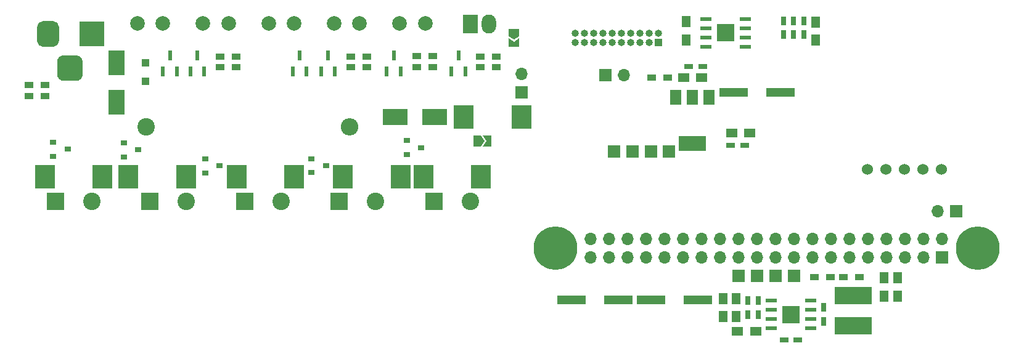
<source format=gts>
G04 #@! TF.GenerationSoftware,KiCad,Pcbnew,(5.1.6-0-10_14)*
G04 #@! TF.CreationDate,2021-06-29T12:22:49+09:00*
G04 #@! TF.ProjectId,qPCR-root,71504352-2d72-46f6-9f74-2e6b69636164,rev?*
G04 #@! TF.SameCoordinates,Original*
G04 #@! TF.FileFunction,Soldermask,Top*
G04 #@! TF.FilePolarity,Negative*
%FSLAX46Y46*%
G04 Gerber Fmt 4.6, Leading zero omitted, Abs format (unit mm)*
G04 Created by KiCad (PCBNEW (5.1.6-0-10_14)) date 2021-06-29 12:22:49*
%MOMM*%
%LPD*%
G01*
G04 APERTURE LIST*
%ADD10O,1.700000X1.700000*%
%ADD11R,1.700000X1.700000*%
%ADD12C,6.000000*%
%ADD13R,2.700000X3.200000*%
%ADD14R,1.250000X1.500000*%
%ADD15R,0.750000X1.200000*%
%ADD16R,1.500000X1.250000*%
%ADD17R,3.500000X3.500000*%
%ADD18C,0.100000*%
%ADD19R,0.558800X1.320800*%
%ADD20R,1.200000X0.900000*%
%ADD21O,2.400000X2.400000*%
%ADD22C,2.400000*%
%ADD23R,1.550000X0.600000*%
%ADD24R,1.175000X1.175000*%
%ADD25R,3.800000X2.000000*%
%ADD26R,1.500000X2.000000*%
%ADD27C,2.000000*%
%ADD28O,2.000000X2.600000*%
%ADD29R,2.000000X2.600000*%
%ADD30R,3.911600X1.193800*%
%ADD31R,1.200000X0.750000*%
%ADD32R,1.000000X1.000000*%
%ADD33R,2.300000X3.500000*%
%ADD34R,3.500000X2.300000*%
%ADD35R,5.100000X2.350000*%
%ADD36R,0.900000X0.800000*%
%ADD37O,1.000000X1.000000*%
%ADD38C,1.524000*%
%ADD39R,2.400000X2.400000*%
G04 APERTURE END LIST*
D10*
X179230000Y-77470000D03*
X181770000Y-80010000D03*
X166530000Y-80010000D03*
X166530000Y-77470000D03*
X181770000Y-77470000D03*
X179230000Y-80010000D03*
X184310000Y-77470000D03*
D11*
X184310000Y-80010000D03*
D10*
X156370000Y-80010000D03*
X156370000Y-77470000D03*
X171610000Y-80010000D03*
X171610000Y-77470000D03*
X151290000Y-80010000D03*
X151290000Y-77470000D03*
X169070000Y-80010000D03*
X169070000Y-77470000D03*
X174150000Y-80010000D03*
X174150000Y-77470000D03*
X161450000Y-80010000D03*
X161450000Y-77470000D03*
X138590000Y-80010000D03*
X138590000Y-77470000D03*
X143670000Y-80010000D03*
X143670000Y-77470000D03*
X141130000Y-80010000D03*
X141130000Y-77470000D03*
X163990000Y-80010000D03*
X163990000Y-77470000D03*
X146210000Y-80010000D03*
X146210000Y-77470000D03*
X176690000Y-80010000D03*
X176690000Y-77470000D03*
X148750000Y-80010000D03*
X148750000Y-77470000D03*
X158910000Y-80010000D03*
X158910000Y-77470000D03*
X153830000Y-80010000D03*
X153830000Y-77470000D03*
X136050000Y-80010000D03*
X136050000Y-77470000D03*
D12*
X189180000Y-78740000D03*
X131180000Y-78740000D03*
D13*
X126505000Y-60734600D03*
X118605000Y-60734600D03*
D14*
X166905800Y-47645000D03*
X166905800Y-50145000D03*
D15*
X163883200Y-49387800D03*
X163883200Y-47487800D03*
D14*
X149125800Y-50125000D03*
X149125800Y-47625000D03*
D16*
X157884200Y-62901400D03*
X155384200Y-62901400D03*
X151264800Y-55321200D03*
X148764800Y-55321200D03*
D14*
X154203400Y-88172000D03*
X154203400Y-85672000D03*
X156032200Y-88172000D03*
X156032200Y-85672000D03*
D15*
X159029400Y-87872000D03*
X159029400Y-85972000D03*
D16*
X158704600Y-90147800D03*
X156204600Y-90147800D03*
D14*
X176326800Y-82827200D03*
X176326800Y-85327200D03*
X178155600Y-85327200D03*
X178155600Y-82827200D03*
D17*
X67500000Y-49300000D03*
G36*
G01*
X60000000Y-50300000D02*
X60000000Y-48300000D01*
G75*
G02*
X60750000Y-47550000I750000J0D01*
G01*
X62250000Y-47550000D01*
G75*
G02*
X63000000Y-48300000I0J-750000D01*
G01*
X63000000Y-50300000D01*
G75*
G02*
X62250000Y-51050000I-750000J0D01*
G01*
X60750000Y-51050000D01*
G75*
G02*
X60000000Y-50300000I0J750000D01*
G01*
G37*
G36*
G01*
X62750000Y-54875000D02*
X62750000Y-53125000D01*
G75*
G02*
X63625000Y-52250000I875000J0D01*
G01*
X65375000Y-52250000D01*
G75*
G02*
X66250000Y-53125000I0J-875000D01*
G01*
X66250000Y-54875000D01*
G75*
G02*
X65375000Y-55750000I-875000J0D01*
G01*
X63625000Y-55750000D01*
G75*
G02*
X62750000Y-54875000I0J875000D01*
G01*
G37*
D10*
X126540000Y-54780000D03*
D11*
X126540000Y-57320000D03*
D18*
G36*
X121433000Y-64036600D02*
G01*
X120933000Y-64786600D01*
X119933000Y-64786600D01*
X119933000Y-63286600D01*
X120933000Y-63286600D01*
X121433000Y-64036600D01*
G37*
G36*
X122383000Y-64786600D02*
G01*
X121233000Y-64786600D01*
X121733000Y-64036600D01*
X121233000Y-63286600D01*
X122383000Y-63286600D01*
X122383000Y-64786600D01*
G37*
D19*
X82016600Y-52256700D03*
X82956400Y-54441100D03*
X81076800Y-54441100D03*
X108026200Y-54441100D03*
X109905800Y-54441100D03*
X108966000Y-52256700D03*
X95084900Y-54441100D03*
X96964500Y-54441100D03*
X96024700Y-52256700D03*
D20*
X87307600Y-52409100D03*
X85107600Y-52409100D03*
X114307800Y-52349400D03*
X112107800Y-52349400D03*
X85107600Y-53895000D03*
X87307600Y-53895000D03*
X114295100Y-53882300D03*
X112095100Y-53882300D03*
X103052700Y-52409100D03*
X105252700Y-52409100D03*
X103040000Y-53882300D03*
X105240000Y-53882300D03*
X58900000Y-56308000D03*
X61100000Y-56308000D03*
X61100000Y-57832000D03*
X58900000Y-57832000D03*
D21*
X102946200Y-62106200D03*
D22*
X75006200Y-62106200D03*
D13*
X68950000Y-68913400D03*
X61050000Y-68913400D03*
X72550000Y-68913400D03*
X80450000Y-68913400D03*
X95288400Y-68913400D03*
X87388400Y-68913400D03*
X101993400Y-68913400D03*
X109893400Y-68913400D03*
X120950000Y-68913400D03*
X113050000Y-68913400D03*
D20*
X170747000Y-82758800D03*
X172947000Y-82758800D03*
X166747000Y-82758800D03*
X168947000Y-82758800D03*
D23*
X157261400Y-51054000D03*
X157261400Y-49784000D03*
X157261400Y-48514000D03*
X157261400Y-47244000D03*
X151861400Y-47244000D03*
X151861400Y-48514000D03*
X151861400Y-49784000D03*
X151861400Y-51054000D03*
D24*
X153973900Y-48561500D03*
X153973900Y-49736500D03*
X155148900Y-48561500D03*
X155148900Y-49736500D03*
D25*
X149960000Y-64340000D03*
D26*
X149960000Y-58040000D03*
X147660000Y-58040000D03*
X152260000Y-58040000D03*
D24*
X162957300Y-87287900D03*
X162957300Y-88462900D03*
X164132300Y-87287900D03*
X164132300Y-88462900D03*
D23*
X166244800Y-85970400D03*
X166244800Y-87240400D03*
X166244800Y-88510400D03*
X166244800Y-89780400D03*
X160844800Y-89780400D03*
X160844800Y-88510400D03*
X160844800Y-87240400D03*
X160844800Y-85970400D03*
D27*
X113280000Y-47850000D03*
X109780000Y-47850000D03*
X82780000Y-47850000D03*
X86280000Y-47850000D03*
X95280000Y-47850000D03*
X91780000Y-47850000D03*
X100780000Y-47850000D03*
X104280000Y-47850000D03*
D10*
X183692800Y-73637800D03*
D11*
X186232800Y-73637800D03*
D28*
X122040000Y-47920000D03*
D29*
X119500000Y-47920000D03*
D19*
X116916200Y-54441100D03*
X118795800Y-54441100D03*
X117856000Y-52256700D03*
D20*
X144430000Y-55340000D03*
X146630000Y-55340000D03*
X120896200Y-52409100D03*
X123096200Y-52409100D03*
X120883500Y-53882300D03*
X123083500Y-53882300D03*
D10*
X140570000Y-54920000D03*
D11*
X138030000Y-54920000D03*
X163990000Y-82550000D03*
X161450000Y-82550000D03*
X158910000Y-82550000D03*
X156370000Y-82550000D03*
D30*
X162079800Y-57327800D03*
X155679000Y-57327800D03*
D15*
X165280200Y-49387800D03*
X165280200Y-47487800D03*
D31*
X157137000Y-64592200D03*
X155237000Y-64592200D03*
X149496600Y-53746400D03*
X151396600Y-53746400D03*
D30*
X139827000Y-85906000D03*
X133426200Y-85906000D03*
X144348200Y-85906000D03*
X150749000Y-85906000D03*
D15*
X157632400Y-85972000D03*
X157632400Y-87872000D03*
D31*
X164500600Y-91367000D03*
X162600600Y-91367000D03*
D15*
X168021000Y-86886400D03*
X168021000Y-88786400D03*
D27*
X77280000Y-47850000D03*
X73780000Y-47850000D03*
D18*
G36*
X125476000Y-50087600D02*
G01*
X124726000Y-49587600D01*
X124726000Y-48587600D01*
X126226000Y-48587600D01*
X126226000Y-49587600D01*
X125476000Y-50087600D01*
G37*
G36*
X124726000Y-51037600D02*
G01*
X124726000Y-49887600D01*
X125476000Y-50387600D01*
X126226000Y-49887600D01*
X126226000Y-51037600D01*
X124726000Y-51037600D01*
G37*
D19*
X78232000Y-52256700D03*
X79171800Y-54441100D03*
X77292200Y-54441100D03*
X98996500Y-54441100D03*
X100876100Y-54441100D03*
X99936300Y-52256700D03*
D32*
X74879200Y-53280000D03*
X74879200Y-55780000D03*
D33*
X70942200Y-58703200D03*
X70942200Y-53303200D03*
D34*
X109187000Y-60734600D03*
X114587000Y-60734600D03*
D35*
X172110400Y-89428800D03*
X172110400Y-85278800D03*
D36*
X62220600Y-64204200D03*
X62220600Y-66104200D03*
X64220600Y-65154200D03*
X73896600Y-65230400D03*
X71896600Y-66180400D03*
X71896600Y-64280400D03*
X85074000Y-67440200D03*
X83074000Y-68390200D03*
X83074000Y-66490200D03*
X97653600Y-66464800D03*
X97653600Y-68364800D03*
X99653600Y-67414800D03*
X112760000Y-64925600D03*
X110760000Y-65875600D03*
X110760000Y-63975600D03*
D15*
X162486200Y-47487800D03*
X162486200Y-49387800D03*
D11*
X146800000Y-65500000D03*
X144280000Y-65500000D03*
X141740000Y-65500000D03*
X139200000Y-65500000D03*
D32*
X145310000Y-50500000D03*
D37*
X145310000Y-49230000D03*
X144040000Y-50500000D03*
X144040000Y-49230000D03*
X142770000Y-50500000D03*
X142770000Y-49230000D03*
X141500000Y-50500000D03*
X141500000Y-49230000D03*
X140230000Y-50500000D03*
X140230000Y-49230000D03*
X138960000Y-50500000D03*
X138960000Y-49230000D03*
X137690000Y-50500000D03*
X137690000Y-49230000D03*
X136420000Y-50500000D03*
X136420000Y-49230000D03*
X135150000Y-50500000D03*
X135150000Y-49230000D03*
X133880000Y-50500000D03*
X133880000Y-49230000D03*
D38*
X174020000Y-67890000D03*
X176560000Y-67890000D03*
X179100000Y-67890000D03*
X181640000Y-67890000D03*
X184180000Y-67890000D03*
D22*
X67500000Y-72300000D03*
D39*
X62500000Y-72300000D03*
D22*
X80500000Y-72300000D03*
D39*
X75500000Y-72300000D03*
X88500000Y-72300000D03*
D22*
X93500000Y-72300000D03*
X106500000Y-72300000D03*
D39*
X101500000Y-72300000D03*
X114500000Y-72300000D03*
D22*
X119500000Y-72300000D03*
M02*

</source>
